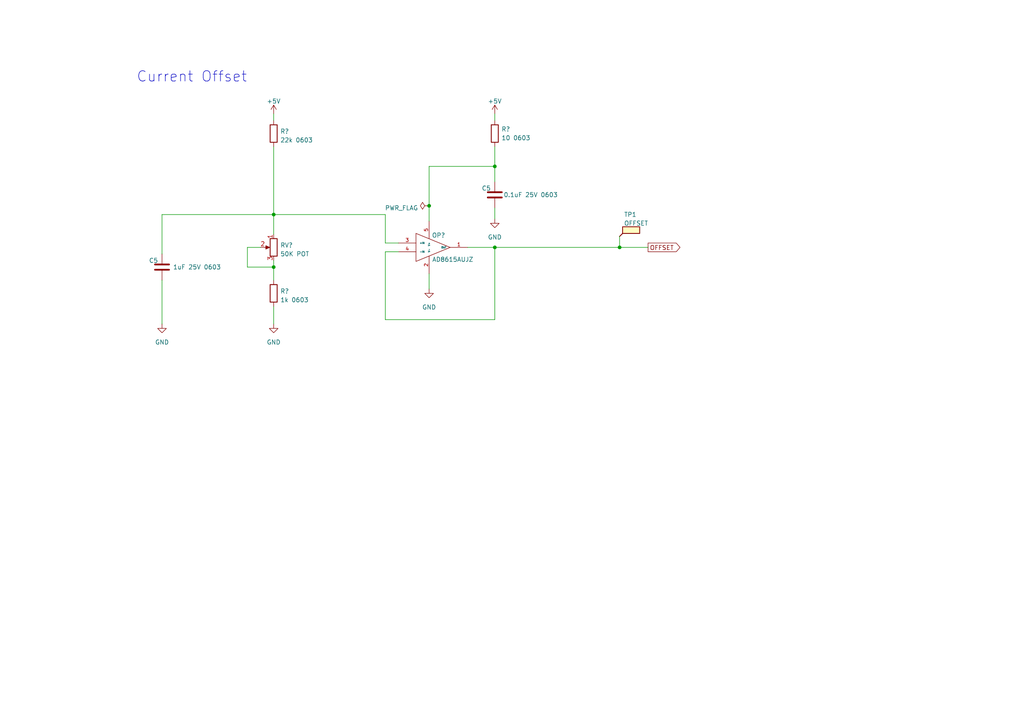
<source format=kicad_sch>
(kicad_sch (version 20230121) (generator eeschema)
  (paper "A4")
  (lib_symbols
    (symbol "AD8615:AD8615AUJZ" (pin_names (offset 1.016))
      (property "Reference" "OP" (at 3.556 -12.954 0))
      (property "Value" "AD8615AUJZ" (at 8.128 -21.59 0))
      (symbol "AD8615AUJZ_0_0"
        (pin output line (at 11.176 -17.78 180) (length 5.08) (name "OUT") (number "1"))
        (pin power_in line (at 0 -25.4 90) (length 5.08) (name "V-") (number "2"))
        (pin input line (at -8.89 -16.51 0) (length 5.08) (name "+IN") (number "3"))
        (pin input line (at -8.89 -19.05 0) (length 5.08) (name "-IN") (number "4"))
        (pin power_in line (at 0 -10.16 270) (length 5.08) (name "V+") (number "5"))
      )
      (symbol "AD8615AUJZ_0_1"
        (polyline (pts (xy -3.81 -13.716) (xy -3.81 -21.844) (xy 6.096 -17.78) (xy -3.81 -13.716)))
      )
    )
    (symbol "Connector:TestPoint_Flag" (pin_numbers hide) (pin_names (offset 0.762) hide)
      (property "Reference" "TP" (at 3.429 1.778 0))
      (property "Value" "TestPoint_Flag" (at 3.302 4.191 0))
      (symbol "TestPoint_Flag_0_1"
        (polyline (pts (xy 0 0) (xy 0.889 0.889)) (stroke (width 0.254)))
        (rectangle (start 0.889 2.794) (end 5.842 0.889) (stroke (width 0.254)) (fill (type background)))
      )
      (symbol "TestPoint_Flag_1_1"
        (pin passive line (at 0 0 90) (length 0) (name "1") (number "1"))
      )
    )
    (symbol "Device:C" (pin_numbers hide) (pin_names (offset 0.254))
      (property "Reference" "C" (at 0.635 2.54 0))
      (property "Value" "C" (at 0.635 -2.54 0))
      (symbol "C_0_1"
        (polyline (pts (xy -2.032 -0.762) (xy 2.032 -0.762)) (stroke (width 0.508)))
        (polyline (pts (xy -2.032 0.762) (xy 2.032 0.762)) (stroke (width 0.508)))
      )
      (symbol "C_1_1"
        (pin passive line (at 0 3.81 270) (length 2.794) (name "~") (number "1"))
        (pin passive line (at 0 -3.81 90) (length 2.794) (name "~") (number "2"))
      )
    )
    (symbol "Device:R" (pin_numbers hide) (pin_names (offset 0))
      (property "Reference" "R" (at 2.032 0 90))
      (property "Value" "R" (at 0 0 90))
      (symbol "R_0_1"
        (rectangle (start -1.016 -2.54) (end 1.016 2.54) (stroke (width 0.254)))
      )
      (symbol "R_1_1"
        (pin passive line (at 0 3.81 270) (length 1.27) (name "~") (number "1"))
        (pin passive line (at 0 -3.81 90) (length 1.27) (name "~") (number "2"))
      )
    )
    (symbol "Device:R_Potentiometer" (pin_names (offset 1.016) hide)
      (property "Reference" "RV" (at -4.445 0 90))
      (property "Value" "R_Potentiometer" (at -2.54 0 90))
      (symbol "R_Potentiometer_0_1"
        (polyline (pts (xy 2.54 0) (xy 1.524 0)))
        (polyline (pts (xy 1.143 0) (xy 2.286 0.508) (xy 2.286 -0.508) (xy 1.143 0)) (fill (type outline)))
        (rectangle (start 1.016 2.54) (end -1.016 -2.54) (stroke (width 0.254)))
      )
      (symbol "R_Potentiometer_1_1"
        (pin passive line (at 0 3.81 270) (length 1.27) (name "1") (number "1"))
        (pin passive line (at 3.81 0 180) (length 1.27) (name "2") (number "2"))
        (pin passive line (at 0 -3.81 90) (length 1.27) (name "3") (number "3"))
      )
    )
    (symbol "power:+5V" (power) (pin_names (offset 0))
      (property "Value" "+5V" (at 0 3.556 0))
      (symbol "+5V_0_1"
        (polyline (pts (xy -0.762 1.27) (xy 0 2.54)))
        (polyline (pts (xy 0 0) (xy 0 2.54)))
        (polyline (pts (xy 0 2.54) (xy 0.762 1.27)))
      )
      (symbol "+5V_1_1"
        (pin power_in line (at 0 0 90) (length 0) hide (name "+5V") (number "1"))
      )
    )
    (symbol "power:GND" (power) (pin_names (offset 0))
      (property "Value" "GND" (at 0 -3.81 0))
      (symbol "GND_0_1"
        (polyline (pts (xy 0 0) (xy 0 -1.27) (xy 1.27 -1.27) (xy 0 -2.54) (xy -1.27 -1.27) (xy 0 -1.27)))
      )
      (symbol "GND_1_1"
        (pin power_in line (at 0 0 270) (length 0) hide (name "GND") (number "1"))
      )
    )
    (symbol "power:PWR_FLAG" (power) (pin_numbers hide) (pin_names (offset 0) hide)
      (property "Value" "PWR_FLAG" (at 0 3.81 0))
      (symbol "PWR_FLAG_0_0"
        (pin power_out line (at 0 0 90) (length 0) (name "pwr") (number "1"))
      )
      (symbol "PWR_FLAG_0_1"
        (polyline (pts (xy 0 0) (xy 0 1.27) (xy -1.016 1.905) (xy 0 2.54) (xy 1.016 1.905) (xy 0 1.27)))
      )
    )
  )
  (junction (at 79.375 77.47))
  (junction (at 179.705 71.755))
  (junction (at 143.51 48.26))
  (junction (at 79.375 62.23))
  (junction (at 143.51 71.755))
  (junction (at 124.46 59.69))
  (wire (pts (xy 135.636 71.755) (xy 143.51 71.755)))
  (wire (pts (xy 143.51 33.02) (xy 143.51 34.925)))
  (wire (pts (xy 111.76 62.23) (xy 79.375 62.23)))
  (wire (pts (xy 124.46 64.135) (xy 124.46 59.69)))
  (wire (pts (xy 115.57 70.485) (xy 111.76 70.485)))
  (wire (pts (xy 111.76 73.025) (xy 115.57 73.025)))
  (wire (pts (xy 179.705 71.755) (xy 187.96 71.755)))
  (wire (pts (xy 124.46 79.375) (xy 124.46 83.82)))
  (wire (pts (xy 79.375 62.23) (xy 79.375 67.945)))
  (wire (pts (xy 143.51 71.755) (xy 179.705 71.755)))
  (wire (pts (xy 79.375 77.47) (xy 79.375 81.28)))
  (wire (pts (xy 79.375 62.23) (xy 46.99 62.23)))
  (wire (pts (xy 111.76 73.025) (xy 111.76 92.71)))
  (wire (pts (xy 143.51 60.325) (xy 143.51 63.5)))
  (wire (pts (xy 79.375 75.565) (xy 79.375 77.47)))
  (wire (pts (xy 71.755 71.755) (xy 71.755 77.47)))
  (wire (pts (xy 143.51 42.545) (xy 143.51 48.26)))
  (wire (pts (xy 124.46 59.69) (xy 124.46 48.26)))
  (wire (pts (xy 46.99 81.28) (xy 46.99 93.98)))
  (wire (pts (xy 79.375 88.9) (xy 79.375 93.98)))
  (wire (pts (xy 111.76 92.71) (xy 143.51 92.71)))
  (wire (pts (xy 124.46 48.26) (xy 143.51 48.26)))
  (wire (pts (xy 79.375 42.545) (xy 79.375 62.23)))
  (wire (pts (xy 179.705 68.58) (xy 179.705 71.755)))
  (wire (pts (xy 143.51 71.755) (xy 143.51 92.71)))
  (wire (pts (xy 143.51 48.26) (xy 143.51 52.705)))
  (wire (pts (xy 71.755 77.47) (xy 79.375 77.47)))
  (wire (pts (xy 111.76 70.485) (xy 111.76 62.23)))
  (wire (pts (xy 75.565 71.755) (xy 71.755 71.755)))
  (wire (pts (xy 79.375 33.02) (xy 79.375 34.925)))
  (wire (pts (xy 46.99 62.23) (xy 46.99 73.66)))
  (text "Current Offset" (at 71.755 24.13 0) (effects (font (size 3 3)) (justify right bottom)))
  (global_label "OFFSET" (shape output) (at 187.96 71.755 0) (property "Intersheetrefs" "${INTERSHEET_REFS}" (effects hide)))
  (symbol (lib_id "Device:R") (at 79.375 38.735 0) (unit 1)
    (property "Reference" "R?" (at 81.28 38.1 0) (effects (justify left)))
    (property "Value" "22k 0603" (at 81.28 40.64 0) (effects (justify left)))
    (instances (project "EVAL_TOLT_DC48V_3KW" (path "" (reference "R?") (unit 1)) (path "" (reference "R60") (unit 1))))
  )
  (symbol (lib_id "power:+5V") (at 79.375 33.02 0) (unit 1)
    (property "Reference" "#PWR016" (effects hide))
    (property "Value" "+5V" (at 79.375 29.3624 0))
    (instances (project "EVAL_TOLT_DC48V_3KW" (path "" (reference "#PWR016") (unit 1)) (path "" (reference "#PWR044") (unit 1))))
  )
  (symbol (lib_id "Device:R") (at 79.375 85.09 0) (unit 1)
    (property "Reference" "R?" (at 81.28 84.455 0) (effects (justify left)))
    (property "Value" "1k 0603" (at 81.28 86.995 0) (effects (justify left)))
    (instances (project "EVAL_TOLT_DC48V_3KW" (path "" (reference "R?") (unit 1)) (path "" (reference "R61") (unit 1))))
  )
  (symbol (lib_id "power:GND") (at 46.99 93.98 0) (unit 1)
    (property "Reference" "#PWR017" (effects hide))
    (property "Value" "GND" (at 46.99 99.2632 0))
    (instances (project "EVAL_TOLT_DC48V_3KW" (path "" (reference "#PWR017") (unit 1)) (path "" (reference "#PWR043") (unit 1))))
  )
  (symbol (lib_id "Connector:TestPoint_Flag") (at 179.705 68.58 0) (unit 1)
    (property "Reference" "TP1" (at 180.975 62.23 0) (effects (justify left)))
    (property "Value" "OFFSET" (at 180.975 64.77 0) (effects (justify left)))
    (instances (project "EVAL_TOLT_DC48V_3KW" (path "" (reference "TP1") (unit 1)) (path "" (reference "TP?") (unit 1)) (path "" (reference "TP?") (unit 1)) (path "" (reference "TP3") (unit 1))))
  )
  (symbol (lib_id "Device:C") (at 143.51 56.515 0) (unit 1)
    (property "Reference" "C5" (at 139.7 54.61 0) (effects (justify left)))
    (property "Value" "0.1uF 25V 0603" (at 146.05 56.515 0) (effects (justify left)))
    (instances (project "EVAL_TOLT_DC48V_3KW" (path "" (reference "C5") (unit 1)) (path "" (reference "C?") (unit 1)) (path "" (reference "C?") (unit 1)) (path "" (reference "C73") (unit 1))))
  )
  (symbol (lib_id "Device:C") (at 46.99 77.47 0) (unit 1)
    (property "Reference" "C5" (at 43.18 75.565 0) (effects (justify left)))
    (property "Value" "1uF 25V 0603" (at 50.165 77.47 0) (effects (justify left)))
    (instances (project "EVAL_TOLT_DC48V_3KW" (path "" (reference "C5") (unit 1)) (path "" (reference "C?") (unit 1)) (path "" (reference "C?") (unit 1)) (path "" (reference "C72") (unit 1))))
  )
  (symbol (lib_id "Device:R") (at 143.51 38.735 0) (unit 1)
    (property "Reference" "R?" (at 145.415 37.465 0) (effects (justify left)))
    (property "Value" "10 0603" (at 145.415 40.005 0) (effects (justify left)))
    (instances (project "EVAL_TOLT_DC48V_3KW" (path "" (reference "R?") (unit 1)) (path "" (reference "R62") (unit 1))))
  )
  (symbol (lib_id "power:GND") (at 124.46 83.82 0) (unit 1)
    (property "Reference" "#PWR019" (effects hide))
    (property "Value" "GND" (at 124.46 89.1032 0))
    (instances (project "EVAL_TOLT_DC48V_3KW" (path "" (reference "#PWR019") (unit 1)) (path "" (reference "#PWR046") (unit 1))))
  )
  (symbol (lib_id "power:GND") (at 79.375 93.98 0) (unit 1)
    (property "Reference" "#PWR018" (effects hide))
    (property "Value" "GND" (at 79.375 99.2632 0))
    (instances (project "EVAL_TOLT_DC48V_3KW" (path "" (reference "#PWR018") (unit 1)) (path "" (reference "#PWR045") (unit 1))))
  )
  (symbol (lib_id "power:GND") (at 143.51 63.5 0) (unit 1)
    (property "Reference" "#PWR020" (effects hide))
    (property "Value" "GND" (at 143.51 68.7832 0))
    (instances (project "EVAL_TOLT_DC48V_3KW" (path "" (reference "#PWR020") (unit 1)) (path "" (reference "#PWR048") (unit 1))))
  )
  (symbol (lib_id "AD8615:AD8615AUJZ") (at 124.46 53.975 0) (unit 1)
    (property "Reference" "OP?" (at 127.2032 68.2498 0))
    (property "Value" "AD8615AUJZ" (at 131.318 75.2602 0))
    (property "Footprint" "AD8615AUJZ:SOT95P280X100-5N" (effects hide))
    (property "MF" "Analog Devices" (effects hide))
    (property "Description" "\nPrecision 20 MHz CMOS Single RRIO Operational Amplifier\n" (effects hide))
    (property "PACKAGE" "SOT-23-5" (effects hide))
    (property "MPN" "AD8615AUJZ" (effects hide))
    (property "Price" "None" (effects hide))
    (property "Package" "TSOT-5 Analog Devices" (effects hide))
    (property "OC_FARNELL" "9079408" (effects hide))
    (property "SnapEDA_Link" "https://www.snapeda.com/parts/AD8615AUJZ-REEL7/Analog+Devices/view-part/?ref=snap" (effects hide))
    (property "MP" "AD8615AUJZ-REEL7" (effects hide))
    (property "Purchase-URL" "https://www.snapeda.com/api/url_track_click_mouser/?unipart_id=45535&manufacturer=Analog Devices&part_name=AD8615AUJZ-REEL7&search_term=ad8615" (effects hide))
    (property "SUPPLIER" "Analog Devices" (effects hide))
    (property "OC_NEWARK" "31M4569" (effects hide))
    (property "Availability" "In Stock" (effects hide))
    (property "Check_prices" "https://www.snapeda.com/parts/AD8615AUJZ-REEL7/Analog+Devices/view-part/?ref=eda" (effects hide))
    (instances (project "EVAL_TOLT_DC48V_3KW" (path "" (reference "OP?") (unit 1)) (path "" (reference "OP4") (unit 1))))
  )
  (symbol (lib_id "power:PWR_FLAG") (at 124.46 59.69 90) (unit 1)
    (property "Reference" "#FLG01" (effects hide))
    (property "Value" "PWR_FLAG" (at 121.285 60.325 90) (effects (justify left)))
    (instances (project "EVAL_TOLT_DC48V_3KW" (path "" (reference "#FLG01") (unit 1)) (path "" (reference "#FLG04") (unit 1))))
  )
  (symbol (lib_id "power:+5V") (at 143.51 33.02 0) (unit 1)
    (property "Reference" "#PWR021" (effects hide))
    (property "Value" "+5V" (at 143.51 29.3624 0))
    (instances (project "EVAL_TOLT_DC48V_3KW" (path "" (reference "#PWR021") (unit 1)) (path "" (reference "#PWR047") (unit 1))))
  )
  (symbol (lib_id "Device:R_Potentiometer") (at 79.375 71.755 0) (mirror y) (unit 1)
    (property "Reference" "RV?" (at 81.28 71.12 0) (effects (justify right)))
    (property "Value" "50K POT" (at 81.28 73.66 0) (effects (justify right)))
    (instances (project "EVAL_TOLT_DC48V_3KW" (path "" (reference "RV?") (unit 1)) (path "" (reference "POT1") (unit 1))))
  )
)
</source>
